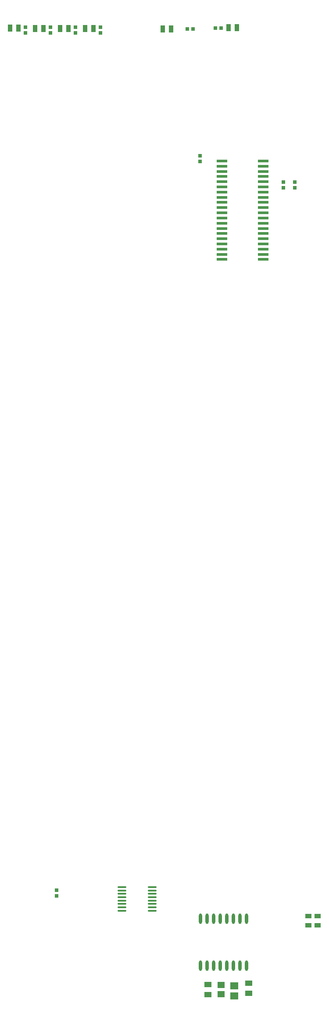
<source format=gbr>
G04 Layer_Color=128*
%FSLAX26Y26*%
%MOIN*%
%TF.FileFunction,Paste,Bot*%
%TF.Part,Single*%
G01*
G75*
%TA.AperFunction,SMDPad,CuDef*%
%ADD12R,0.029528X0.025591*%
%ADD15R,0.051181X0.033465*%
%ADD17R,0.025591X0.029528*%
%ADD35R,0.055118X0.041339*%
%ADD36R,0.057087X0.045276*%
%ADD37R,0.061024X0.053150*%
%ADD38O,0.023622X0.078740*%
%ADD39R,0.037402X0.053150*%
%ADD40O,0.072835X0.013780*%
%ADD41R,0.078740X0.024000*%
D12*
X-1018000Y6583346D02*
D03*
X-1018000Y6626654D02*
D03*
X-2108000Y1003346D02*
D03*
X-2108000Y1046653D02*
D03*
X-1773000Y7558346D02*
D03*
X-1773000Y7601654D02*
D03*
X-383000Y6383346D02*
D03*
X-383000Y6426654D02*
D03*
X-298000Y6383346D02*
D03*
X-298000Y6426654D02*
D03*
X-2153000Y7558346D02*
D03*
X-2153000Y7601654D02*
D03*
X-1963000Y7558346D02*
D03*
X-1963000Y7601654D02*
D03*
X-2343000Y7558346D02*
D03*
X-2343000Y7601654D02*
D03*
D15*
X-193804Y847287D02*
D03*
X-193804Y780359D02*
D03*
X-122936Y780359D02*
D03*
X-122936Y847287D02*
D03*
D17*
X-1071346Y7590000D02*
D03*
X-1114653Y7590000D02*
D03*
X-899654Y7595000D02*
D03*
X-856346Y7595000D02*
D03*
D35*
X-958000Y327402D02*
D03*
X-958000Y252599D02*
D03*
X-648000Y337402D02*
D03*
X-648000Y262599D02*
D03*
D36*
X-858000Y254567D02*
D03*
X-858000Y325433D02*
D03*
D37*
X-758000Y240630D02*
D03*
X-758000Y319370D02*
D03*
D38*
X-663000Y472835D02*
D03*
X-713000Y472835D02*
D03*
X-763000Y472835D02*
D03*
X-813000Y472835D02*
D03*
X-863000Y472835D02*
D03*
X-913000Y472835D02*
D03*
X-963000Y472835D02*
D03*
X-1013000Y472835D02*
D03*
X-663000Y827165D02*
D03*
X-713000Y827165D02*
D03*
X-763000Y827165D02*
D03*
X-813000Y827165D02*
D03*
X-863000Y827165D02*
D03*
X-913000Y827165D02*
D03*
X-963000Y827165D02*
D03*
X-1013000Y827165D02*
D03*
D39*
X-1236504Y7587500D02*
D03*
X-1299496Y7587500D02*
D03*
X-738985Y7597176D02*
D03*
X-801977Y7597176D02*
D03*
X-2269496Y7593499D02*
D03*
X-2206504Y7593499D02*
D03*
X-2079496Y7593499D02*
D03*
X-2016504Y7593499D02*
D03*
X-1889496Y7593499D02*
D03*
X-1826504Y7593499D02*
D03*
X-2459496Y7595001D02*
D03*
X-2396504Y7595001D02*
D03*
D40*
X-1381795Y1068745D02*
D03*
X-1381795Y1043153D02*
D03*
X-1381795Y1017563D02*
D03*
X-1381795Y991973D02*
D03*
X-1381795Y966383D02*
D03*
X-1381795Y940791D02*
D03*
X-1381795Y915201D02*
D03*
X-1381795Y889611D02*
D03*
X-1612111Y1068745D02*
D03*
X-1612111Y1043153D02*
D03*
X-1612111Y1017563D02*
D03*
X-1612111Y991973D02*
D03*
X-1612111Y966383D02*
D03*
X-1612111Y940791D02*
D03*
X-1612111Y915201D02*
D03*
X-1612111Y889611D02*
D03*
D41*
X-851403Y6585760D02*
D03*
X-851403Y6546360D02*
D03*
X-851403Y6506960D02*
D03*
X-851403Y6467560D02*
D03*
X-851403Y6428160D02*
D03*
X-851403Y6388760D02*
D03*
X-851403Y6349360D02*
D03*
X-851403Y6309960D02*
D03*
X-851403Y6270560D02*
D03*
X-851403Y6231160D02*
D03*
X-851403Y6191760D02*
D03*
X-851403Y6152360D02*
D03*
X-851403Y6112960D02*
D03*
X-851403Y6073560D02*
D03*
X-851403Y6034160D02*
D03*
X-851403Y5994760D02*
D03*
X-851403Y5955360D02*
D03*
X-851403Y5915960D02*
D03*
X-851403Y5876560D02*
D03*
X-851403Y5837160D02*
D03*
X-536203Y6585760D02*
D03*
X-536203Y6546360D02*
D03*
X-536203Y6506960D02*
D03*
X-536203Y6467560D02*
D03*
X-536203Y6428160D02*
D03*
X-536203Y6388760D02*
D03*
X-536203Y6349360D02*
D03*
X-536203Y6309960D02*
D03*
X-536203Y6270560D02*
D03*
X-536203Y6231160D02*
D03*
X-536203Y6191760D02*
D03*
X-536203Y6152360D02*
D03*
X-536203Y6112960D02*
D03*
X-536203Y6073560D02*
D03*
X-536203Y6034160D02*
D03*
X-536203Y5994760D02*
D03*
X-536203Y5955360D02*
D03*
X-536203Y5915960D02*
D03*
X-536203Y5876560D02*
D03*
X-536203Y5837160D02*
D03*
D03*
%TF.MD5,d1ab10a881676f7167c8b07433d5a5fc*%
M02*

</source>
